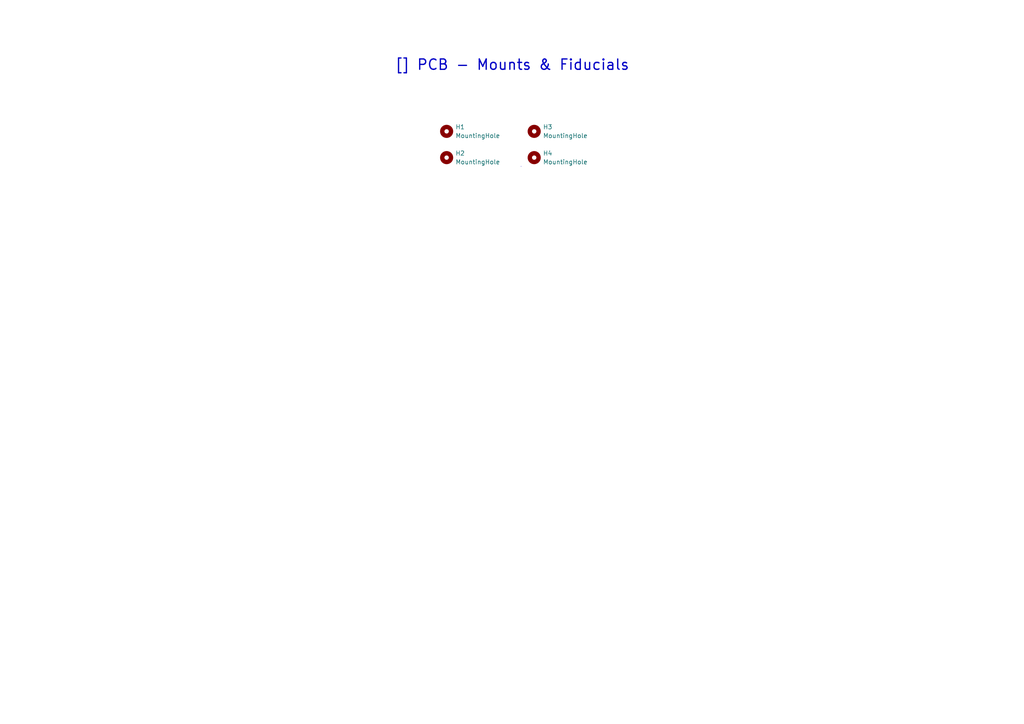
<source format=kicad_sch>
(kicad_sch (version 20250114) (generator "eeschema") (generator_version "9.0")
  (paper "A4")
  (title_block (title "PCB - Mounts & Fiducials") (date "2025-07-15") (rev "1.0") (company "Wattle Labs"))
  (lib_symbols
    (symbol "Mechanical:MountingHole" (pin_names (offset 1.016)) (exclude_from_sim yes) (in_bom no)
      (property "Reference" "H" (at 0 5.08 0))
      (property "Value" "MountingHole" (at 0 3.175 0))
      (symbol "MountingHole_0_1"
        (circle (center 0 0) (radius 1.27) (stroke (width 1.27)))
      )
    )
  )
  (rectangle (start 151.13 48.26) (end 151.13 48.26))
  (text_box "[${#}] ${TITLE}" (at 12.065 12.065 0) (size 273.05 13.335) (margins 2.2499 2.2499 2.2499 2.2499) (stroke (width -0.0001)) (effects (font (size 3 3) (thickness 0.375))))
  (symbol (lib_id "Mechanical:MountingHole") (at 154.94 45.72 0) (unit 1) (exclude_from_sim yes) (in_bom no)
    (property "Reference" "H4" (at 157.48 44.4499 0) (effects (justify left)))
    (property "Value" "MountingHole" (at 157.48 46.9899 0) (effects (justify left)))
    (property "Footprint" "MountingHole:MountingHole_2.5mm" (effects (hide yes)))
    (property "Description" "Mounting Hole without connection" (effects (hide yes)))
  )
  (symbol (lib_id "Mechanical:MountingHole") (at 129.54 45.72 0) (unit 1) (exclude_from_sim yes) (in_bom no)
    (property "Reference" "H2" (at 132.08 44.4499 0) (effects (justify left)))
    (property "Value" "MountingHole" (at 132.08 46.9899 0) (effects (justify left)))
    (property "Footprint" "MountingHole:MountingHole_2.5mm" (effects (hide yes)))
    (property "Description" "Mounting Hole without connection" (effects (hide yes)))
  )
  (symbol (lib_id "Mechanical:MountingHole") (at 154.94 38.1 0) (unit 1) (exclude_from_sim yes) (in_bom no)
    (property "Reference" "H3" (at 157.48 36.8299 0) (effects (justify left)))
    (property "Value" "MountingHole" (at 157.48 39.3699 0) (effects (justify left)))
    (property "Footprint" "MountingHole:MountingHole_2.5mm" (effects (hide yes)))
    (property "Description" "Mounting Hole without connection" (effects (hide yes)))
  )
  (symbol (lib_id "Mechanical:MountingHole") (at 129.54 38.1 0) (unit 1) (exclude_from_sim yes) (in_bom no)
    (property "Reference" "H1" (at 132.08 36.8299 0) (effects (justify left)))
    (property "Value" "MountingHole" (at 132.08 39.3699 0) (effects (justify left)))
    (property "Footprint" "MountingHole:MountingHole_2.5mm" (effects (hide yes)))
    (property "Description" "Mounting Hole without connection" (effects (hide yes)))
  )
)
</source>
